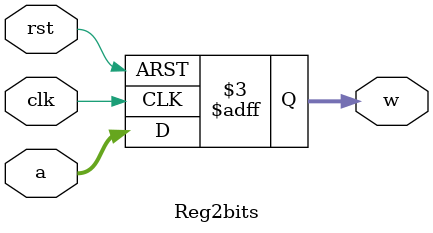
<source format=v>
module Reg2bits(clk, rst, a, w);
	input [1:0] a;
	input clk, rst;
	output reg [1:0] w;
	always @(posedge clk, posedge rst)
	begin
		if(rst == 1) w = 2'b0;
		else w <= a;
	end
endmodule

</source>
